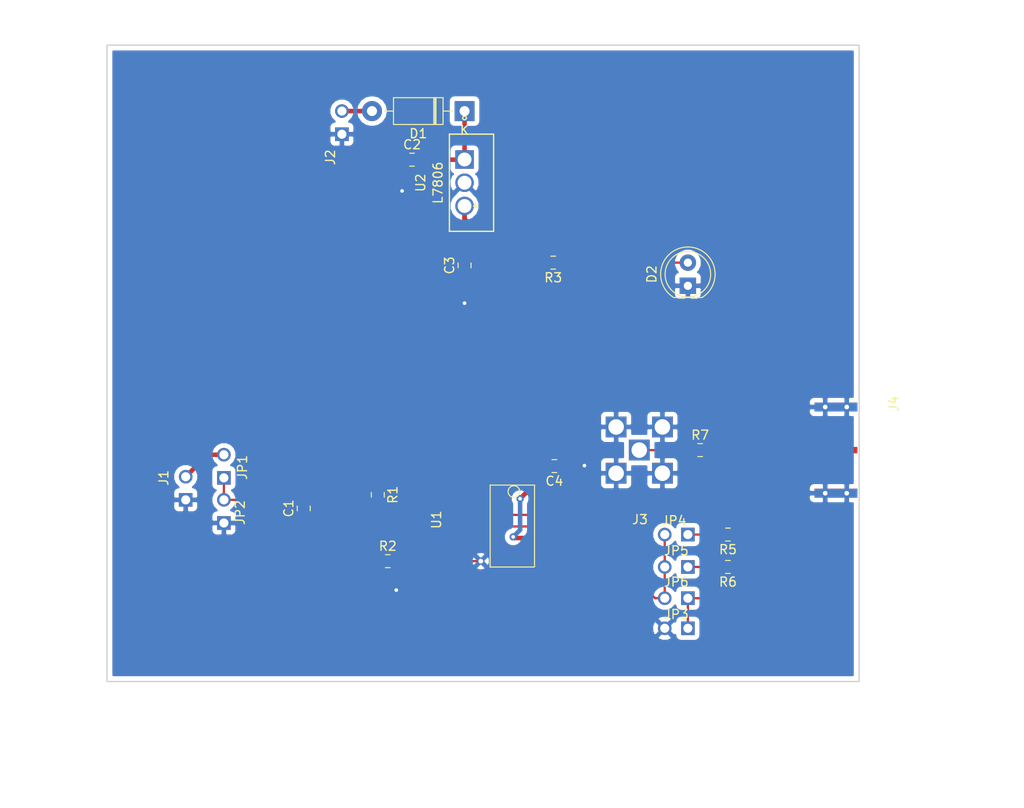
<source format=kicad_pcb>
(kicad_pcb (version 20171130) (host pcbnew "(5.0.1)-4")

  (general
    (thickness 1.6)
    (drawings 4)
    (tracks 84)
    (zones 0)
    (modules 24)
    (nets 17)
  )

  (page A4)
  (layers
    (0 F.Cu signal)
    (31 B.Cu signal)
    (32 B.Adhes user)
    (33 F.Adhes user)
    (34 B.Paste user)
    (35 F.Paste user)
    (36 B.SilkS user)
    (37 F.SilkS user)
    (38 B.Mask user)
    (39 F.Mask user)
    (40 Dwgs.User user)
    (41 Cmts.User user)
    (42 Eco1.User user)
    (43 Eco2.User user)
    (44 Edge.Cuts user)
    (45 Margin user)
    (46 B.CrtYd user)
    (47 F.CrtYd user)
    (48 B.Fab user)
    (49 F.Fab user)
  )

  (setup
    (last_trace_width 0.25)
    (trace_clearance 0.2)
    (zone_clearance 0.508)
    (zone_45_only no)
    (trace_min 0.2)
    (segment_width 0.2)
    (edge_width 0.15)
    (via_size 0.8)
    (via_drill 0.4)
    (via_min_size 0.4)
    (via_min_drill 0.3)
    (uvia_size 0.3)
    (uvia_drill 0.1)
    (uvias_allowed no)
    (uvia_min_size 0.2)
    (uvia_min_drill 0.1)
    (pcb_text_width 0.3)
    (pcb_text_size 1.5 1.5)
    (mod_edge_width 0.15)
    (mod_text_size 1 1)
    (mod_text_width 0.15)
    (pad_size 1.524 1.524)
    (pad_drill 0.762)
    (pad_to_mask_clearance 0.051)
    (solder_mask_min_width 0.25)
    (aux_axis_origin 0 0)
    (grid_origin 207.01 83.82)
    (visible_elements 7FFFFFFF)
    (pcbplotparams
      (layerselection 0x010fc_ffffffff)
      (usegerberextensions false)
      (usegerberattributes false)
      (usegerberadvancedattributes false)
      (creategerberjobfile false)
      (excludeedgelayer true)
      (linewidth 0.100000)
      (plotframeref false)
      (viasonmask false)
      (mode 1)
      (useauxorigin false)
      (hpglpennumber 1)
      (hpglpenspeed 20)
      (hpglpendiameter 15.000000)
      (psnegative false)
      (psa4output false)
      (plotreference true)
      (plotvalue true)
      (plotinvisibletext false)
      (padsonsilk false)
      (subtractmaskfromsilk false)
      (outputformat 1)
      (mirror false)
      (drillshape 1)
      (scaleselection 1)
      (outputdirectory ""))
  )

  (net 0 "")
  (net 1 "Net-(C1-Pad2)")
  (net 2 "Net-(C1-Pad1)")
  (net 3 GND)
  (net 4 "Net-(C2-Pad2)")
  (net 5 "Net-(D1-Pad2)")
  (net 6 "Net-(D2-Pad2)")
  (net 7 "Net-(J1-Pad1)")
  (net 8 "Net-(J3-Pad1)")
  (net 9 "Net-(JP4-Pad2)")
  (net 10 "Net-(JP5-Pad2)")
  (net 11 "Net-(U1-Pad12)")
  (net 12 "Net-(U1-Pad11)")
  (net 13 "Net-(U1-Pad13)")
  (net 14 "Net-(JP4-Pad1)")
  (net 15 "Net-(J4-Pad1)")
  (net 16 +6V)

  (net_class Default "This is the default net class."
    (clearance 0.2)
    (trace_width 0.25)
    (via_dia 0.8)
    (via_drill 0.4)
    (uvia_dia 0.3)
    (uvia_drill 0.1)
    (add_net +6V)
    (add_net GND)
    (add_net "Net-(C1-Pad1)")
    (add_net "Net-(C1-Pad2)")
    (add_net "Net-(C2-Pad2)")
    (add_net "Net-(D1-Pad2)")
    (add_net "Net-(D2-Pad2)")
    (add_net "Net-(J1-Pad1)")
    (add_net "Net-(J3-Pad1)")
    (add_net "Net-(J4-Pad1)")
    (add_net "Net-(JP4-Pad1)")
    (add_net "Net-(JP4-Pad2)")
    (add_net "Net-(JP5-Pad2)")
    (add_net "Net-(U1-Pad11)")
    (add_net "Net-(U1-Pad12)")
    (add_net "Net-(U1-Pad13)")
  )

  (module My_Footprints:HC00 (layer F.Cu) (tedit 5BFCF3B9) (tstamp 5BFD0F9A)
    (at 165.481 89.662 270)
    (path /5BF5D5E6)
    (fp_text reference U1 (at 1.8034 4.8641 270) (layer F.SilkS)
      (effects (font (size 1 1) (thickness 0.15)))
    )
    (fp_text value 74HC00 (at 1.8923 2.8067 270) (layer F.Fab)
      (effects (font (size 1 1) (thickness 0.15)))
    )
    (fp_line (start -2 -5.92) (end -2 -1.11) (layer F.SilkS) (width 0.12))
    (fp_line (start -2.03 -1.03) (end 6.99 -1.03) (layer F.SilkS) (width 0.12))
    (fp_line (start 6.99 -1) (end 6.99 -5.87) (layer F.SilkS) (width 0.12))
    (fp_line (start 6.96 -5.9) (end -2 -5.9) (layer F.SilkS) (width 0.12))
    (fp_circle (center -1.29 -3.64) (end -0.66 -3.52) (layer F.SilkS) (width 0.12))
    (pad 1 smd rect (at -1.27 0.2032 270) (size 0.510032 1.592072) (layers F.Cu F.Paste F.Mask)
      (net 2 "Net-(C1-Pad1)"))
    (pad 2 smd rect (at 0 0.2032 270) (size 0.510032 1.592072) (layers F.Cu F.Paste F.Mask)
      (net 2 "Net-(C1-Pad1)"))
    (pad 3 smd rect (at 1.27 0.2032 270) (size 0.510032 1.592072) (layers F.Cu F.Paste F.Mask)
      (net 11 "Net-(U1-Pad12)"))
    (pad 4 smd rect (at 2.54 0.2032 270) (size 0.510032 1.592072) (layers F.Cu F.Paste F.Mask)
      (net 12 "Net-(U1-Pad11)"))
    (pad 5 smd rect (at 3.81 0.2032 270) (size 0.510032 1.592072) (layers F.Cu F.Paste F.Mask)
      (net 12 "Net-(U1-Pad11)"))
    (pad 6 smd rect (at 5.08 0.2032 270) (size 0.510032 1.592072) (layers F.Cu F.Paste F.Mask)
      (net 14 "Net-(JP4-Pad1)"))
    (pad 7 thru_hole circle (at 6.35 0 270) (size 0.762 0.762) (drill 0.508) (layers *.Cu *.Mask)
      (net 3 GND))
    (pad 8 smd rect (at 6.35 -7.10311 270) (size 0.510032 1.592072) (layers F.Cu F.Paste F.Mask)
      (net 13 "Net-(U1-Pad13)"))
    (pad 9 smd rect (at 5.08 -7.10311 270) (size 0.510032 1.592072) (layers F.Cu F.Paste F.Mask)
      (net 11 "Net-(U1-Pad12)"))
    (pad 10 smd rect (at 3.81 -7.10311 270) (size 0.510032 1.592072) (layers F.Cu F.Paste F.Mask)
      (net 16 +6V))
    (pad 11 smd rect (at 2.54 -7.10311 270) (size 0.510032 1.592072) (layers F.Cu F.Paste F.Mask)
      (net 12 "Net-(U1-Pad11)"))
    (pad 12 smd rect (at 1.27 -7.10311 270) (size 0.510032 1.592072) (layers F.Cu F.Paste F.Mask)
      (net 11 "Net-(U1-Pad12)"))
    (pad 13 smd rect (at 0 -7.10311 270) (size 0.510032 1.592072) (layers F.Cu F.Paste F.Mask)
      (net 13 "Net-(U1-Pad13)"))
    (pad 14 smd rect (at -1.27 -7.10311 270) (size 0.510032 1.592072) (layers F.Cu F.Paste F.Mask)
      (net 16 +6V))
  )

  (module Capacitor_SMD:C_0805_2012Metric (layer F.Cu) (tedit 5B36C52B) (tstamp 5BFD0E77)
    (at 146.05 90.2185 90)
    (descr "Capacitor SMD 0805 (2012 Metric), square (rectangular) end terminal, IPC_7351 nominal, (Body size source: https://docs.google.com/spreadsheets/d/1BsfQQcO9C6DZCsRaXUlFlo91Tg2WpOkGARC1WS5S8t0/edit?usp=sharing), generated with kicad-footprint-generator")
    (tags capacitor)
    (path /5BF34F04)
    (attr smd)
    (fp_text reference C1 (at 0 -1.65 90) (layer F.SilkS)
      (effects (font (size 1 1) (thickness 0.15)))
    )
    (fp_text value C (at 0 1.65 90) (layer F.Fab)
      (effects (font (size 1 1) (thickness 0.15)))
    )
    (fp_text user %R (at 0 0 90) (layer F.Fab)
      (effects (font (size 0.5 0.5) (thickness 0.08)))
    )
    (fp_line (start 1.68 0.95) (end -1.68 0.95) (layer F.CrtYd) (width 0.05))
    (fp_line (start 1.68 -0.95) (end 1.68 0.95) (layer F.CrtYd) (width 0.05))
    (fp_line (start -1.68 -0.95) (end 1.68 -0.95) (layer F.CrtYd) (width 0.05))
    (fp_line (start -1.68 0.95) (end -1.68 -0.95) (layer F.CrtYd) (width 0.05))
    (fp_line (start -0.258578 0.71) (end 0.258578 0.71) (layer F.SilkS) (width 0.12))
    (fp_line (start -0.258578 -0.71) (end 0.258578 -0.71) (layer F.SilkS) (width 0.12))
    (fp_line (start 1 0.6) (end -1 0.6) (layer F.Fab) (width 0.1))
    (fp_line (start 1 -0.6) (end 1 0.6) (layer F.Fab) (width 0.1))
    (fp_line (start -1 -0.6) (end 1 -0.6) (layer F.Fab) (width 0.1))
    (fp_line (start -1 0.6) (end -1 -0.6) (layer F.Fab) (width 0.1))
    (pad 2 smd roundrect (at 0.9375 0 90) (size 0.975 1.4) (layers F.Cu F.Paste F.Mask) (roundrect_rratio 0.25)
      (net 1 "Net-(C1-Pad2)"))
    (pad 1 smd roundrect (at -0.9375 0 90) (size 0.975 1.4) (layers F.Cu F.Paste F.Mask) (roundrect_rratio 0.25)
      (net 2 "Net-(C1-Pad1)"))
    (model ${KISYS3DMOD}/Capacitor_SMD.3dshapes/C_0805_2012Metric.wrl
      (at (xyz 0 0 0))
      (scale (xyz 1 1 1))
      (rotate (xyz 0 0 0))
    )
  )

  (module Capacitor_SMD:C_0805_2012Metric (layer F.Cu) (tedit 5B36C52B) (tstamp 5BFD0E88)
    (at 157.9395 51.943)
    (descr "Capacitor SMD 0805 (2012 Metric), square (rectangular) end terminal, IPC_7351 nominal, (Body size source: https://docs.google.com/spreadsheets/d/1BsfQQcO9C6DZCsRaXUlFlo91Tg2WpOkGARC1WS5S8t0/edit?usp=sharing), generated with kicad-footprint-generator")
    (tags capacitor)
    (path /5BF63FDD)
    (attr smd)
    (fp_text reference C2 (at 0 -1.65) (layer F.SilkS)
      (effects (font (size 1 1) (thickness 0.15)))
    )
    (fp_text value C (at 0 1.65) (layer F.Fab)
      (effects (font (size 1 1) (thickness 0.15)))
    )
    (fp_text user %R (at 0 0) (layer F.Fab)
      (effects (font (size 0.5 0.5) (thickness 0.08)))
    )
    (fp_line (start 1.68 0.95) (end -1.68 0.95) (layer F.CrtYd) (width 0.05))
    (fp_line (start 1.68 -0.95) (end 1.68 0.95) (layer F.CrtYd) (width 0.05))
    (fp_line (start -1.68 -0.95) (end 1.68 -0.95) (layer F.CrtYd) (width 0.05))
    (fp_line (start -1.68 0.95) (end -1.68 -0.95) (layer F.CrtYd) (width 0.05))
    (fp_line (start -0.258578 0.71) (end 0.258578 0.71) (layer F.SilkS) (width 0.12))
    (fp_line (start -0.258578 -0.71) (end 0.258578 -0.71) (layer F.SilkS) (width 0.12))
    (fp_line (start 1 0.6) (end -1 0.6) (layer F.Fab) (width 0.1))
    (fp_line (start 1 -0.6) (end 1 0.6) (layer F.Fab) (width 0.1))
    (fp_line (start -1 -0.6) (end 1 -0.6) (layer F.Fab) (width 0.1))
    (fp_line (start -1 0.6) (end -1 -0.6) (layer F.Fab) (width 0.1))
    (pad 2 smd roundrect (at 0.9375 0) (size 0.975 1.4) (layers F.Cu F.Paste F.Mask) (roundrect_rratio 0.25)
      (net 4 "Net-(C2-Pad2)"))
    (pad 1 smd roundrect (at -0.9375 0) (size 0.975 1.4) (layers F.Cu F.Paste F.Mask) (roundrect_rratio 0.25)
      (net 3 GND))
    (model ${KISYS3DMOD}/Capacitor_SMD.3dshapes/C_0805_2012Metric.wrl
      (at (xyz 0 0 0))
      (scale (xyz 1 1 1))
      (rotate (xyz 0 0 0))
    )
  )

  (module Capacitor_SMD:C_0805_2012Metric (layer F.Cu) (tedit 5B36C52B) (tstamp 5BFDE547)
    (at 163.703 63.5485 90)
    (descr "Capacitor SMD 0805 (2012 Metric), square (rectangular) end terminal, IPC_7351 nominal, (Body size source: https://docs.google.com/spreadsheets/d/1BsfQQcO9C6DZCsRaXUlFlo91Tg2WpOkGARC1WS5S8t0/edit?usp=sharing), generated with kicad-footprint-generator")
    (tags capacitor)
    (path /5BF63C11)
    (attr smd)
    (fp_text reference C3 (at 0 -1.65 90) (layer F.SilkS)
      (effects (font (size 1 1) (thickness 0.15)))
    )
    (fp_text value C (at 0 1.65 90) (layer F.Fab)
      (effects (font (size 1 1) (thickness 0.15)))
    )
    (fp_line (start -1 0.6) (end -1 -0.6) (layer F.Fab) (width 0.1))
    (fp_line (start -1 -0.6) (end 1 -0.6) (layer F.Fab) (width 0.1))
    (fp_line (start 1 -0.6) (end 1 0.6) (layer F.Fab) (width 0.1))
    (fp_line (start 1 0.6) (end -1 0.6) (layer F.Fab) (width 0.1))
    (fp_line (start -0.258578 -0.71) (end 0.258578 -0.71) (layer F.SilkS) (width 0.12))
    (fp_line (start -0.258578 0.71) (end 0.258578 0.71) (layer F.SilkS) (width 0.12))
    (fp_line (start -1.68 0.95) (end -1.68 -0.95) (layer F.CrtYd) (width 0.05))
    (fp_line (start -1.68 -0.95) (end 1.68 -0.95) (layer F.CrtYd) (width 0.05))
    (fp_line (start 1.68 -0.95) (end 1.68 0.95) (layer F.CrtYd) (width 0.05))
    (fp_line (start 1.68 0.95) (end -1.68 0.95) (layer F.CrtYd) (width 0.05))
    (fp_text user %R (at 0 0 90) (layer F.Fab)
      (effects (font (size 0.5 0.5) (thickness 0.08)))
    )
    (pad 1 smd roundrect (at -0.9375 0 90) (size 0.975 1.4) (layers F.Cu F.Paste F.Mask) (roundrect_rratio 0.25)
      (net 3 GND))
    (pad 2 smd roundrect (at 0.9375 0 90) (size 0.975 1.4) (layers F.Cu F.Paste F.Mask) (roundrect_rratio 0.25)
      (net 16 +6V))
    (model ${KISYS3DMOD}/Capacitor_SMD.3dshapes/C_0805_2012Metric.wrl
      (at (xyz 0 0 0))
      (scale (xyz 1 1 1))
      (rotate (xyz 0 0 0))
    )
  )

  (module Capacitor_SMD:C_0805_2012Metric (layer F.Cu) (tedit 5B36C52B) (tstamp 5BFD0EAA)
    (at 173.558828 85.573578 180)
    (descr "Capacitor SMD 0805 (2012 Metric), square (rectangular) end terminal, IPC_7351 nominal, (Body size source: https://docs.google.com/spreadsheets/d/1BsfQQcO9C6DZCsRaXUlFlo91Tg2WpOkGARC1WS5S8t0/edit?usp=sharing), generated with kicad-footprint-generator")
    (tags capacitor)
    (path /5BF633DC)
    (attr smd)
    (fp_text reference C4 (at 0 -1.65 180) (layer F.SilkS)
      (effects (font (size 1 1) (thickness 0.15)))
    )
    (fp_text value C (at 0 1.65 180) (layer F.Fab)
      (effects (font (size 1 1) (thickness 0.15)))
    )
    (fp_line (start -1 0.6) (end -1 -0.6) (layer F.Fab) (width 0.1))
    (fp_line (start -1 -0.6) (end 1 -0.6) (layer F.Fab) (width 0.1))
    (fp_line (start 1 -0.6) (end 1 0.6) (layer F.Fab) (width 0.1))
    (fp_line (start 1 0.6) (end -1 0.6) (layer F.Fab) (width 0.1))
    (fp_line (start -0.258578 -0.71) (end 0.258578 -0.71) (layer F.SilkS) (width 0.12))
    (fp_line (start -0.258578 0.71) (end 0.258578 0.71) (layer F.SilkS) (width 0.12))
    (fp_line (start -1.68 0.95) (end -1.68 -0.95) (layer F.CrtYd) (width 0.05))
    (fp_line (start -1.68 -0.95) (end 1.68 -0.95) (layer F.CrtYd) (width 0.05))
    (fp_line (start 1.68 -0.95) (end 1.68 0.95) (layer F.CrtYd) (width 0.05))
    (fp_line (start 1.68 0.95) (end -1.68 0.95) (layer F.CrtYd) (width 0.05))
    (fp_text user %R (at 0 0 180) (layer F.Fab)
      (effects (font (size 0.5 0.5) (thickness 0.08)))
    )
    (pad 1 smd roundrect (at -0.9375 0 180) (size 0.975 1.4) (layers F.Cu F.Paste F.Mask) (roundrect_rratio 0.25)
      (net 3 GND))
    (pad 2 smd roundrect (at 0.9375 0 180) (size 0.975 1.4) (layers F.Cu F.Paste F.Mask) (roundrect_rratio 0.25)
      (net 16 +6V))
    (model ${KISYS3DMOD}/Capacitor_SMD.3dshapes/C_0805_2012Metric.wrl
      (at (xyz 0 0 0))
      (scale (xyz 1 1 1))
      (rotate (xyz 0 0 0))
    )
  )

  (module Diode_THT:D_DO-41_SOD81_P10.16mm_Horizontal (layer F.Cu) (tedit 5AE50CD5) (tstamp 5BFDDFE1)
    (at 163.703 46.609 180)
    (descr "Diode, DO-41_SOD81 series, Axial, Horizontal, pin pitch=10.16mm, , length*diameter=5.2*2.7mm^2, , http://www.diodes.com/_files/packages/DO-41%20(Plastic).pdf")
    (tags "Diode DO-41_SOD81 series Axial Horizontal pin pitch 10.16mm  length 5.2mm diameter 2.7mm")
    (path /5BF6099A)
    (fp_text reference D1 (at 5.08 -2.47 180) (layer F.SilkS)
      (effects (font (size 1 1) (thickness 0.15)))
    )
    (fp_text value 1N4001 (at 5.08 2.47 180) (layer F.Fab)
      (effects (font (size 1 1) (thickness 0.15)))
    )
    (fp_line (start 2.48 -1.35) (end 2.48 1.35) (layer F.Fab) (width 0.1))
    (fp_line (start 2.48 1.35) (end 7.68 1.35) (layer F.Fab) (width 0.1))
    (fp_line (start 7.68 1.35) (end 7.68 -1.35) (layer F.Fab) (width 0.1))
    (fp_line (start 7.68 -1.35) (end 2.48 -1.35) (layer F.Fab) (width 0.1))
    (fp_line (start 0 0) (end 2.48 0) (layer F.Fab) (width 0.1))
    (fp_line (start 10.16 0) (end 7.68 0) (layer F.Fab) (width 0.1))
    (fp_line (start 3.26 -1.35) (end 3.26 1.35) (layer F.Fab) (width 0.1))
    (fp_line (start 3.36 -1.35) (end 3.36 1.35) (layer F.Fab) (width 0.1))
    (fp_line (start 3.16 -1.35) (end 3.16 1.35) (layer F.Fab) (width 0.1))
    (fp_line (start 2.36 -1.47) (end 2.36 1.47) (layer F.SilkS) (width 0.12))
    (fp_line (start 2.36 1.47) (end 7.8 1.47) (layer F.SilkS) (width 0.12))
    (fp_line (start 7.8 1.47) (end 7.8 -1.47) (layer F.SilkS) (width 0.12))
    (fp_line (start 7.8 -1.47) (end 2.36 -1.47) (layer F.SilkS) (width 0.12))
    (fp_line (start 1.34 0) (end 2.36 0) (layer F.SilkS) (width 0.12))
    (fp_line (start 8.82 0) (end 7.8 0) (layer F.SilkS) (width 0.12))
    (fp_line (start 3.26 -1.47) (end 3.26 1.47) (layer F.SilkS) (width 0.12))
    (fp_line (start 3.38 -1.47) (end 3.38 1.47) (layer F.SilkS) (width 0.12))
    (fp_line (start 3.14 -1.47) (end 3.14 1.47) (layer F.SilkS) (width 0.12))
    (fp_line (start -1.35 -1.6) (end -1.35 1.6) (layer F.CrtYd) (width 0.05))
    (fp_line (start -1.35 1.6) (end 11.51 1.6) (layer F.CrtYd) (width 0.05))
    (fp_line (start 11.51 1.6) (end 11.51 -1.6) (layer F.CrtYd) (width 0.05))
    (fp_line (start 11.51 -1.6) (end -1.35 -1.6) (layer F.CrtYd) (width 0.05))
    (fp_text user %R (at 4.953 -0.254 180) (layer F.Fab)
      (effects (font (size 1 1) (thickness 0.15)))
    )
    (fp_text user K (at 0 -2.1 180) (layer F.Fab)
      (effects (font (size 1 1) (thickness 0.15)))
    )
    (fp_text user K (at 0 -2.1 180) (layer F.SilkS)
      (effects (font (size 1 1) (thickness 0.15)))
    )
    (pad 1 thru_hole rect (at 0 0 180) (size 2.2 2.2) (drill 1.1) (layers *.Cu *.Mask)
      (net 4 "Net-(C2-Pad2)"))
    (pad 2 thru_hole oval (at 10.16 0 180) (size 2.2 2.2) (drill 1.1) (layers *.Cu *.Mask)
      (net 5 "Net-(D1-Pad2)"))
    (model ${KISYS3DMOD}/Diode_THT.3dshapes/D_DO-41_SOD81_P10.16mm_Horizontal.wrl
      (at (xyz 0 0 0))
      (scale (xyz 1 1 1))
      (rotate (xyz 0 0 0))
    )
  )

  (module LED_THT:LED_D5.0mm (layer F.Cu) (tedit 5995936A) (tstamp 5BFD0EDB)
    (at 188.214 65.786 90)
    (descr "LED, diameter 5.0mm, 2 pins, http://cdn-reichelt.de/documents/datenblatt/A500/LL-504BC2E-009.pdf")
    (tags "LED diameter 5.0mm 2 pins")
    (path /5BF68440)
    (fp_text reference D2 (at 1.27 -3.96 90) (layer F.SilkS)
      (effects (font (size 1 1) (thickness 0.15)))
    )
    (fp_text value LED (at 1.27 3.96 90) (layer F.Fab)
      (effects (font (size 1 1) (thickness 0.15)))
    )
    (fp_arc (start 1.27 0) (end -1.23 -1.469694) (angle 299.1) (layer F.Fab) (width 0.1))
    (fp_arc (start 1.27 0) (end -1.29 -1.54483) (angle 148.9) (layer F.SilkS) (width 0.12))
    (fp_arc (start 1.27 0) (end -1.29 1.54483) (angle -148.9) (layer F.SilkS) (width 0.12))
    (fp_circle (center 1.27 0) (end 3.77 0) (layer F.Fab) (width 0.1))
    (fp_circle (center 1.27 0) (end 3.77 0) (layer F.SilkS) (width 0.12))
    (fp_line (start -1.23 -1.469694) (end -1.23 1.469694) (layer F.Fab) (width 0.1))
    (fp_line (start -1.29 -1.545) (end -1.29 1.545) (layer F.SilkS) (width 0.12))
    (fp_line (start -1.95 -3.25) (end -1.95 3.25) (layer F.CrtYd) (width 0.05))
    (fp_line (start -1.95 3.25) (end 4.5 3.25) (layer F.CrtYd) (width 0.05))
    (fp_line (start 4.5 3.25) (end 4.5 -3.25) (layer F.CrtYd) (width 0.05))
    (fp_line (start 4.5 -3.25) (end -1.95 -3.25) (layer F.CrtYd) (width 0.05))
    (fp_text user %R (at 1.25 0 90) (layer F.Fab)
      (effects (font (size 0.8 0.8) (thickness 0.2)))
    )
    (pad 1 thru_hole rect (at 0 0 90) (size 1.8 1.8) (drill 0.9) (layers *.Cu *.Mask)
      (net 3 GND))
    (pad 2 thru_hole circle (at 2.54 0 90) (size 1.8 1.8) (drill 0.9) (layers *.Cu *.Mask)
      (net 6 "Net-(D2-Pad2)"))
    (model ${KISYS3DMOD}/LED_THT.3dshapes/LED_D5.0mm.wrl
      (at (xyz 0 0 0))
      (scale (xyz 1 1 1))
      (rotate (xyz 0 0 0))
    )
  )

  (module My_Footprints:header_2_pins (layer F.Cu) (tedit 5BFCF9BC) (tstamp 5BFDCE96)
    (at 133.096 86.741 270)
    (path /5BF34C06)
    (fp_text reference J1 (at 0.127 2.413 270) (layer F.SilkS)
      (effects (font (size 1 1) (thickness 0.15)))
    )
    (fp_text value Conn_01x02_Male (at 0.635 4.191 270) (layer F.Fab)
      (effects (font (size 1 1) (thickness 0.15)))
    )
    (pad 2 thru_hole rect (at 2.54 0 270) (size 1.5 1.5) (drill 1) (layers *.Cu *.Mask)
      (net 3 GND))
    (pad 1 thru_hole circle (at 0 0 270) (size 1.5 1.5) (drill 1) (layers *.Cu *.Mask)
      (net 7 "Net-(J1-Pad1)"))
  )

  (module My_Footprints:header_2_pins (layer F.Cu) (tedit 5BFCF9BC) (tstamp 5BFD0EE7)
    (at 150.241 46.609 270)
    (path /5BF61605)
    (fp_text reference J2 (at 5.08 1.27 270) (layer F.SilkS)
      (effects (font (size 1 1) (thickness 0.15)))
    )
    (fp_text value Conn_01x02_Male (at 11.43 0 270) (layer F.Fab)
      (effects (font (size 1 1) (thickness 0.15)))
    )
    (pad 1 thru_hole circle (at 0 0 270) (size 1.5 1.5) (drill 1) (layers *.Cu *.Mask)
      (net 5 "Net-(D1-Pad2)"))
    (pad 2 thru_hole rect (at 2.54 0 270) (size 1.5 1.5) (drill 1) (layers *.Cu *.Mask)
      (net 3 GND))
  )

  (module My_Footprints:Vertical_BNC_Connector (layer F.Cu) (tedit 5BFD0307) (tstamp 5BFD0EF0)
    (at 182.88 83.82)
    (path /5BF5C810)
    (fp_text reference J3 (at 0.08 7.62) (layer F.SilkS)
      (effects (font (size 1 1) (thickness 0.15)))
    )
    (fp_text value "Test Line" (at 0 5.08) (layer F.Fab)
      (effects (font (size 1 1) (thickness 0.15)))
    )
    (pad 2 thru_hole rect (at -2.54 -2.54) (size 2.286 2.286) (drill 1.7018) (layers *.Cu *.Mask)
      (net 3 GND))
    (pad 2 thru_hole rect (at 2.54 -2.54) (size 2.286 2.286) (drill 1.7018) (layers *.Cu *.Mask)
      (net 3 GND))
    (pad 2 thru_hole rect (at -2.54 2.54) (size 2.286 2.286) (drill 1.7018) (layers *.Cu *.Mask)
      (net 3 GND))
    (pad 2 thru_hole rect (at 2.54 2.54) (size 2.286 2.286) (drill 1.7018) (layers *.Cu *.Mask)
      (net 3 GND))
    (pad 1 thru_hole rect (at 0 0) (size 2.286 2.286) (drill 1.7018) (layers *.Cu *.Mask)
      (net 8 "Net-(J3-Pad1)"))
  )

  (module My_Footprints:BNC_Connector (layer F.Cu) (tedit 5BFCFE4E) (tstamp 5BFD0EF9)
    (at 204.47 83.82 90)
    (path /5BF5CE7C)
    (fp_text reference J4 (at 5.08 6.35 90) (layer F.SilkS)
      (effects (font (size 1 1) (thickness 0.15)))
    )
    (fp_text value OSC (at 4.445 4.445 90) (layer F.Fab)
      (effects (font (size 1 1) (thickness 0.15)))
    )
    (pad 1 smd rect (at 0 0 90) (size 0.6985 4.7244) (layers F.Cu F.Paste F.Mask)
      (net 15 "Net-(J4-Pad1)"))
    (pad 2 thru_hole rect (at -4.73075 -1.1811 90) (size 0.9779 2.3622) (drill 0.508) (layers *.Cu *.Mask)
      (net 3 GND))
    (pad 2 thru_hole rect (at -4.73075 1.1811 90) (size 0.9779 2.3622) (drill 0.508) (layers *.Cu *.Mask)
      (net 3 GND))
    (pad 2 thru_hole rect (at 4.73075 -1.1811 90) (size 0.9779 2.3622) (drill 0.508) (layers *.Cu *.Mask)
      (net 3 GND))
    (pad 2 thru_hole rect (at 4.73075 1.1811 90) (size 0.9779 2.3622) (drill 0.508) (layers *.Cu *.Mask)
      (net 3 GND))
  )

  (module My_Footprints:header_2_pins (layer F.Cu) (tedit 5BFDCDCF) (tstamp 5BFD0EFF)
    (at 137.287 84.328 270)
    (path /5BFC95F1)
    (fp_text reference JP1 (at 1.397 -2.032 270) (layer F.SilkS)
      (effects (font (size 1 1) (thickness 0.15)))
    )
    (fp_text value Jumper (at -5.588 -2.921 270) (layer F.Fab) hide
      (effects (font (size 1 1) (thickness 0.15)))
    )
    (pad 1 thru_hole circle (at 0 0 270) (size 1.5 1.5) (drill 1) (layers *.Cu *.Mask)
      (net 7 "Net-(J1-Pad1)"))
    (pad 2 thru_hole rect (at 2.54 0 270) (size 1.5 1.5) (drill 1) (layers *.Cu *.Mask)
      (net 1 "Net-(C1-Pad2)"))
  )

  (module My_Footprints:header_2_pins (layer F.Cu) (tedit 5BFDCDBB) (tstamp 5BFDCEC5)
    (at 137.287 89.281 270)
    (path /5BFCA8E8)
    (fp_text reference JP2 (at 1.397 -1.778 270) (layer F.SilkS)
      (effects (font (size 1 1) (thickness 0.15)))
    )
    (fp_text value Jumper (at -4.699 -5.1054 270) (layer F.Fab) hide
      (effects (font (size 1 1) (thickness 0.15)))
    )
    (pad 2 thru_hole rect (at 2.54 0 270) (size 1.5 1.5) (drill 1) (layers *.Cu *.Mask)
      (net 3 GND))
    (pad 1 thru_hole circle (at 0 0 270) (size 1.5 1.5) (drill 1) (layers *.Cu *.Mask)
      (net 1 "Net-(C1-Pad2)"))
  )

  (module My_Footprints:header_2_pins (layer F.Cu) (tedit 5BFDC6E5) (tstamp 5BFD0F0B)
    (at 185.674 103.378)
    (path /5BFA2C68)
    (fp_text reference JP3 (at 1.27 -1.524) (layer F.SilkS)
      (effects (font (size 1 1) (thickness 0.15)))
    )
    (fp_text value Jumper (at 6.35 -1.27) (layer F.Fab) hide
      (effects (font (size 1 1) (thickness 0.15)))
    )
    (pad 2 thru_hole rect (at 2.54 0) (size 1.5 1.5) (drill 1) (layers *.Cu *.Mask)
      (net 8 "Net-(J3-Pad1)"))
    (pad 1 thru_hole circle (at 0 0) (size 1.5 1.5) (drill 1) (layers *.Cu *.Mask)
      (net 3 GND))
  )

  (module My_Footprints:header_2_pins (layer F.Cu) (tedit 5BFDC6DC) (tstamp 5BFD12E4)
    (at 185.674 93.091)
    (path /5BFA2CF7)
    (fp_text reference JP4 (at 1.016 -1.524) (layer F.SilkS)
      (effects (font (size 1 1) (thickness 0.15)))
    )
    (fp_text value Jumper (at 6.35 0) (layer F.Fab) hide
      (effects (font (size 1 1) (thickness 0.15)))
    )
    (pad 1 thru_hole circle (at 0 0) (size 1.5 1.5) (drill 1) (layers *.Cu *.Mask)
      (net 14 "Net-(JP4-Pad1)"))
    (pad 2 thru_hole rect (at 2.54 0) (size 1.5 1.5) (drill 1) (layers *.Cu *.Mask)
      (net 9 "Net-(JP4-Pad2)"))
  )

  (module My_Footprints:header_2_pins (layer F.Cu) (tedit 5BFDC6E1) (tstamp 5BFDC714)
    (at 185.674 96.647)
    (path /5BFA3C4F)
    (fp_text reference JP5 (at 1.27 -1.778) (layer F.SilkS)
      (effects (font (size 1 1) (thickness 0.15)))
    )
    (fp_text value Jumper (at 6.35 0) (layer F.Fab) hide
      (effects (font (size 1 1) (thickness 0.15)))
    )
    (pad 2 thru_hole rect (at 2.54 0) (size 1.5 1.5) (drill 1) (layers *.Cu *.Mask)
      (net 10 "Net-(JP5-Pad2)"))
    (pad 1 thru_hole circle (at 0 0) (size 1.5 1.5) (drill 1) (layers *.Cu *.Mask)
      (net 14 "Net-(JP4-Pad1)"))
  )

  (module My_Footprints:header_2_pins (layer F.Cu) (tedit 5BFDC6E9) (tstamp 5BFD0F1D)
    (at 185.674 100.076)
    (path /5BFAAAF3)
    (fp_text reference JP6 (at 1.27 -1.778) (layer F.SilkS)
      (effects (font (size 1 1) (thickness 0.15)))
    )
    (fp_text value Jumper (at 6.35 -1.27) (layer F.Fab) hide
      (effects (font (size 1 1) (thickness 0.15)))
    )
    (pad 1 thru_hole circle (at 0 0) (size 1.5 1.5) (drill 1) (layers *.Cu *.Mask)
      (net 14 "Net-(JP4-Pad1)"))
    (pad 2 thru_hole rect (at 2.54 0) (size 1.5 1.5) (drill 1) (layers *.Cu *.Mask)
      (net 8 "Net-(J3-Pad1)"))
  )

  (module Resistor_SMD:R_0805_2012Metric (layer F.Cu) (tedit 5B36C52B) (tstamp 5BFDC374)
    (at 154.178 88.7245 270)
    (descr "Resistor SMD 0805 (2012 Metric), square (rectangular) end terminal, IPC_7351 nominal, (Body size source: https://docs.google.com/spreadsheets/d/1BsfQQcO9C6DZCsRaXUlFlo91Tg2WpOkGARC1WS5S8t0/edit?usp=sharing), generated with kicad-footprint-generator")
    (tags resistor)
    (path /5BF350A6)
    (attr smd)
    (fp_text reference R1 (at 0 -1.65 270) (layer F.SilkS)
      (effects (font (size 1 1) (thickness 0.15)))
    )
    (fp_text value R (at 0 1.65 270) (layer F.Fab)
      (effects (font (size 1 1) (thickness 0.15)))
    )
    (fp_line (start -1 0.6) (end -1 -0.6) (layer F.Fab) (width 0.1))
    (fp_line (start -1 -0.6) (end 1 -0.6) (layer F.Fab) (width 0.1))
    (fp_line (start 1 -0.6) (end 1 0.6) (layer F.Fab) (width 0.1))
    (fp_line (start 1 0.6) (end -1 0.6) (layer F.Fab) (width 0.1))
    (fp_line (start -0.258578 -0.71) (end 0.258578 -0.71) (layer F.SilkS) (width 0.12))
    (fp_line (start -0.258578 0.71) (end 0.258578 0.71) (layer F.SilkS) (width 0.12))
    (fp_line (start -1.68 0.95) (end -1.68 -0.95) (layer F.CrtYd) (width 0.05))
    (fp_line (start -1.68 -0.95) (end 1.68 -0.95) (layer F.CrtYd) (width 0.05))
    (fp_line (start 1.68 -0.95) (end 1.68 0.95) (layer F.CrtYd) (width 0.05))
    (fp_line (start 1.68 0.95) (end -1.68 0.95) (layer F.CrtYd) (width 0.05))
    (fp_text user %R (at 0 0 270) (layer F.Fab)
      (effects (font (size 0.5 0.5) (thickness 0.08)))
    )
    (pad 1 smd roundrect (at -0.9375 0 270) (size 0.975 1.4) (layers F.Cu F.Paste F.Mask) (roundrect_rratio 0.25)
      (net 16 +6V))
    (pad 2 smd roundrect (at 0.9375 0 270) (size 0.975 1.4) (layers F.Cu F.Paste F.Mask) (roundrect_rratio 0.25)
      (net 2 "Net-(C1-Pad1)"))
    (model ${KISYS3DMOD}/Resistor_SMD.3dshapes/R_0805_2012Metric.wrl
      (at (xyz 0 0 0))
      (scale (xyz 1 1 1))
      (rotate (xyz 0 0 0))
    )
  )

  (module Resistor_SMD:R_0805_2012Metric (layer F.Cu) (tedit 5BFDE273) (tstamp 5BFD0F3F)
    (at 155.2725 96.012)
    (descr "Resistor SMD 0805 (2012 Metric), square (rectangular) end terminal, IPC_7351 nominal, (Body size source: https://docs.google.com/spreadsheets/d/1BsfQQcO9C6DZCsRaXUlFlo91Tg2WpOkGARC1WS5S8t0/edit?usp=sharing), generated with kicad-footprint-generator")
    (tags resistor)
    (path /5BF34FD3)
    (attr smd)
    (fp_text reference R2 (at 0 -1.65) (layer F.SilkS)
      (effects (font (size 1 1) (thickness 0.15)))
    )
    (fp_text value R (at 0 1.65) (layer F.Fab)
      (effects (font (size 1 1) (thickness 0.15)))
    )
    (fp_text user %R (at 0 0) (layer F.Fab)
      (effects (font (size 0.5 0.5) (thickness 0.08)))
    )
    (fp_line (start 1.68 0.95) (end -1.68 0.95) (layer F.CrtYd) (width 0.05))
    (fp_line (start 1.68 -0.95) (end 1.68 0.95) (layer F.CrtYd) (width 0.05))
    (fp_line (start -1.68 -0.95) (end 1.68 -0.95) (layer F.CrtYd) (width 0.05))
    (fp_line (start -1.68 0.95) (end -1.68 -0.95) (layer F.CrtYd) (width 0.05))
    (fp_line (start -0.258578 0.71) (end 0.258578 0.71) (layer F.SilkS) (width 0.12))
    (fp_line (start -0.258578 -0.71) (end 0.258578 -0.71) (layer F.SilkS) (width 0.12))
    (fp_line (start 1 0.6) (end -1 0.6) (layer F.Fab) (width 0.1))
    (fp_line (start 1 -0.6) (end 1 0.6) (layer F.Fab) (width 0.1))
    (fp_line (start -1 -0.6) (end 1 -0.6) (layer F.Fab) (width 0.1))
    (fp_line (start -1 0.6) (end -1 -0.6) (layer F.Fab) (width 0.1))
    (pad 2 smd roundrect (at 0.9375 0) (size 0.975 1.4) (layers F.Cu F.Paste F.Mask) (roundrect_rratio 0.25)
      (net 3 GND))
    (pad 1 smd roundrect (at -0.9375 0) (size 0.975 1.4) (layers F.Cu F.Paste F.Mask) (roundrect_rratio 0.25)
      (net 2 "Net-(C1-Pad1)"))
    (model ${KISYS3DMOD}/Resistor_SMD.3dshapes/R_0805_2012Metric.wrl
      (at (xyz 0 0 0))
      (scale (xyz 1 1 1))
      (rotate (xyz 0 0 0))
    )
  )

  (module Resistor_SMD:R_0805_2012Metric (layer F.Cu) (tedit 5B36C52B) (tstamp 5BFD0F50)
    (at 173.4335 63.246 180)
    (descr "Resistor SMD 0805 (2012 Metric), square (rectangular) end terminal, IPC_7351 nominal, (Body size source: https://docs.google.com/spreadsheets/d/1BsfQQcO9C6DZCsRaXUlFlo91Tg2WpOkGARC1WS5S8t0/edit?usp=sharing), generated with kicad-footprint-generator")
    (tags resistor)
    (path /5BF687EC)
    (attr smd)
    (fp_text reference R3 (at 0 -1.65 180) (layer F.SilkS)
      (effects (font (size 1 1) (thickness 0.15)))
    )
    (fp_text value R (at 0 1.65 180) (layer F.Fab)
      (effects (font (size 1 1) (thickness 0.15)))
    )
    (fp_text user %R (at 0 0) (layer F.Fab)
      (effects (font (size 0.5 0.5) (thickness 0.08)))
    )
    (fp_line (start 1.68 0.95) (end -1.68 0.95) (layer F.CrtYd) (width 0.05))
    (fp_line (start 1.68 -0.95) (end 1.68 0.95) (layer F.CrtYd) (width 0.05))
    (fp_line (start -1.68 -0.95) (end 1.68 -0.95) (layer F.CrtYd) (width 0.05))
    (fp_line (start -1.68 0.95) (end -1.68 -0.95) (layer F.CrtYd) (width 0.05))
    (fp_line (start -0.258578 0.71) (end 0.258578 0.71) (layer F.SilkS) (width 0.12))
    (fp_line (start -0.258578 -0.71) (end 0.258578 -0.71) (layer F.SilkS) (width 0.12))
    (fp_line (start 1 0.6) (end -1 0.6) (layer F.Fab) (width 0.1))
    (fp_line (start 1 -0.6) (end 1 0.6) (layer F.Fab) (width 0.1))
    (fp_line (start -1 -0.6) (end 1 -0.6) (layer F.Fab) (width 0.1))
    (fp_line (start -1 0.6) (end -1 -0.6) (layer F.Fab) (width 0.1))
    (pad 2 smd roundrect (at 0.9375 0 180) (size 0.975 1.4) (layers F.Cu F.Paste F.Mask) (roundrect_rratio 0.25)
      (net 16 +6V))
    (pad 1 smd roundrect (at -0.9375 0 180) (size 0.975 1.4) (layers F.Cu F.Paste F.Mask) (roundrect_rratio 0.25)
      (net 6 "Net-(D2-Pad2)"))
    (model ${KISYS3DMOD}/Resistor_SMD.3dshapes/R_0805_2012Metric.wrl
      (at (xyz 0 0 0))
      (scale (xyz 1 1 1))
      (rotate (xyz 0 0 0))
    )
  )

  (module Resistor_SMD:R_0805_2012Metric (layer F.Cu) (tedit 5BFDC811) (tstamp 5BFDC24F)
    (at 192.6105 93.091 180)
    (descr "Resistor SMD 0805 (2012 Metric), square (rectangular) end terminal, IPC_7351 nominal, (Body size source: https://docs.google.com/spreadsheets/d/1BsfQQcO9C6DZCsRaXUlFlo91Tg2WpOkGARC1WS5S8t0/edit?usp=sharing), generated with kicad-footprint-generator")
    (tags resistor)
    (path /5BFA4CB4)
    (attr smd)
    (fp_text reference R5 (at 0 -1.65 180) (layer F.SilkS)
      (effects (font (size 1 1) (thickness 0.15)))
    )
    (fp_text value R (at 0 1.65 180) (layer F.Fab) hide
      (effects (font (size 1 1) (thickness 0.15)))
    )
    (fp_line (start -1 0.6) (end -1 -0.6) (layer F.Fab) (width 0.1))
    (fp_line (start -1 -0.6) (end 1 -0.6) (layer F.Fab) (width 0.1))
    (fp_line (start 1 -0.6) (end 1 0.6) (layer F.Fab) (width 0.1))
    (fp_line (start 1 0.6) (end -1 0.6) (layer F.Fab) (width 0.1))
    (fp_line (start -0.258578 -0.71) (end 0.258578 -0.71) (layer F.SilkS) (width 0.12))
    (fp_line (start -0.258578 0.71) (end 0.258578 0.71) (layer F.SilkS) (width 0.12))
    (fp_line (start -1.68 0.95) (end -1.68 -0.95) (layer F.CrtYd) (width 0.05))
    (fp_line (start -1.68 -0.95) (end 1.68 -0.95) (layer F.CrtYd) (width 0.05))
    (fp_line (start 1.68 -0.95) (end 1.68 0.95) (layer F.CrtYd) (width 0.05))
    (fp_line (start 1.68 0.95) (end -1.68 0.95) (layer F.CrtYd) (width 0.05))
    (fp_text user %R (at 0 0 180) (layer F.Fab)
      (effects (font (size 0.5 0.5) (thickness 0.08)))
    )
    (pad 1 smd roundrect (at -0.9375 0 180) (size 0.975 1.4) (layers F.Cu F.Paste F.Mask) (roundrect_rratio 0.25)
      (net 8 "Net-(J3-Pad1)"))
    (pad 2 smd roundrect (at 0.9375 0 180) (size 0.975 1.4) (layers F.Cu F.Paste F.Mask) (roundrect_rratio 0.25)
      (net 9 "Net-(JP4-Pad2)"))
    (model ${KISYS3DMOD}/Resistor_SMD.3dshapes/R_0805_2012Metric.wrl
      (at (xyz 0 0 0))
      (scale (xyz 1 1 1))
      (rotate (xyz 0 0 0))
    )
  )

  (module Resistor_SMD:R_0805_2012Metric (layer F.Cu) (tedit 5BFDC816) (tstamp 5BFD0F72)
    (at 192.6105 96.647 180)
    (descr "Resistor SMD 0805 (2012 Metric), square (rectangular) end terminal, IPC_7351 nominal, (Body size source: https://docs.google.com/spreadsheets/d/1BsfQQcO9C6DZCsRaXUlFlo91Tg2WpOkGARC1WS5S8t0/edit?usp=sharing), generated with kicad-footprint-generator")
    (tags resistor)
    (path /5BFA5C0B)
    (attr smd)
    (fp_text reference R6 (at 0 -1.65 180) (layer F.SilkS)
      (effects (font (size 1 1) (thickness 0.15)))
    )
    (fp_text value R (at 0 1.65 180) (layer F.Fab) hide
      (effects (font (size 1 1) (thickness 0.15)))
    )
    (fp_line (start -1 0.6) (end -1 -0.6) (layer F.Fab) (width 0.1))
    (fp_line (start -1 -0.6) (end 1 -0.6) (layer F.Fab) (width 0.1))
    (fp_line (start 1 -0.6) (end 1 0.6) (layer F.Fab) (width 0.1))
    (fp_line (start 1 0.6) (end -1 0.6) (layer F.Fab) (width 0.1))
    (fp_line (start -0.258578 -0.71) (end 0.258578 -0.71) (layer F.SilkS) (width 0.12))
    (fp_line (start -0.258578 0.71) (end 0.258578 0.71) (layer F.SilkS) (width 0.12))
    (fp_line (start -1.68 0.95) (end -1.68 -0.95) (layer F.CrtYd) (width 0.05))
    (fp_line (start -1.68 -0.95) (end 1.68 -0.95) (layer F.CrtYd) (width 0.05))
    (fp_line (start 1.68 -0.95) (end 1.68 0.95) (layer F.CrtYd) (width 0.05))
    (fp_line (start 1.68 0.95) (end -1.68 0.95) (layer F.CrtYd) (width 0.05))
    (fp_text user %R (at 0 0 180) (layer F.Fab)
      (effects (font (size 0.5 0.5) (thickness 0.08)))
    )
    (pad 1 smd roundrect (at -0.9375 0 180) (size 0.975 1.4) (layers F.Cu F.Paste F.Mask) (roundrect_rratio 0.25)
      (net 8 "Net-(J3-Pad1)"))
    (pad 2 smd roundrect (at 0.9375 0 180) (size 0.975 1.4) (layers F.Cu F.Paste F.Mask) (roundrect_rratio 0.25)
      (net 10 "Net-(JP5-Pad2)"))
    (model ${KISYS3DMOD}/Resistor_SMD.3dshapes/R_0805_2012Metric.wrl
      (at (xyz 0 0 0))
      (scale (xyz 1 1 1))
      (rotate (xyz 0 0 0))
    )
  )

  (module Resistor_SMD:R_0805_2012Metric (layer F.Cu) (tedit 5B36C52B) (tstamp 5BFD163D)
    (at 189.5625 83.82)
    (descr "Resistor SMD 0805 (2012 Metric), square (rectangular) end terminal, IPC_7351 nominal, (Body size source: https://docs.google.com/spreadsheets/d/1BsfQQcO9C6DZCsRaXUlFlo91Tg2WpOkGARC1WS5S8t0/edit?usp=sharing), generated with kicad-footprint-generator")
    (tags resistor)
    (path /5BF35A5D)
    (attr smd)
    (fp_text reference R7 (at 0 -1.65) (layer F.SilkS)
      (effects (font (size 1 1) (thickness 0.15)))
    )
    (fp_text value R (at 0 1.65) (layer F.Fab)
      (effects (font (size 1 1) (thickness 0.15)))
    )
    (fp_text user %R (at 0 0) (layer F.Fab)
      (effects (font (size 0.5 0.5) (thickness 0.08)))
    )
    (fp_line (start 1.68 0.95) (end -1.68 0.95) (layer F.CrtYd) (width 0.05))
    (fp_line (start 1.68 -0.95) (end 1.68 0.95) (layer F.CrtYd) (width 0.05))
    (fp_line (start -1.68 -0.95) (end 1.68 -0.95) (layer F.CrtYd) (width 0.05))
    (fp_line (start -1.68 0.95) (end -1.68 -0.95) (layer F.CrtYd) (width 0.05))
    (fp_line (start -0.258578 0.71) (end 0.258578 0.71) (layer F.SilkS) (width 0.12))
    (fp_line (start -0.258578 -0.71) (end 0.258578 -0.71) (layer F.SilkS) (width 0.12))
    (fp_line (start 1 0.6) (end -1 0.6) (layer F.Fab) (width 0.1))
    (fp_line (start 1 -0.6) (end 1 0.6) (layer F.Fab) (width 0.1))
    (fp_line (start -1 -0.6) (end 1 -0.6) (layer F.Fab) (width 0.1))
    (fp_line (start -1 0.6) (end -1 -0.6) (layer F.Fab) (width 0.1))
    (pad 2 smd roundrect (at 0.9375 0) (size 0.975 1.4) (layers F.Cu F.Paste F.Mask) (roundrect_rratio 0.25)
      (net 15 "Net-(J4-Pad1)"))
    (pad 1 smd roundrect (at -0.9375 0) (size 0.975 1.4) (layers F.Cu F.Paste F.Mask) (roundrect_rratio 0.25)
      (net 8 "Net-(J3-Pad1)"))
    (model ${KISYS3DMOD}/Resistor_SMD.3dshapes/R_0805_2012Metric.wrl
      (at (xyz 0 0 0))
      (scale (xyz 1 1 1))
      (rotate (xyz 0 0 0))
    )
  )

  (module My_Footprints:L7806ABV (layer F.Cu) (tedit 5BFBA1A4) (tstamp 5BFD0FB3)
    (at 165.227 57.023 270)
    (path /5BF5D575)
    (fp_text reference U2 (at -2.54 6.35 270) (layer F.SilkS)
      (effects (font (size 1 1) (thickness 0.15)))
    )
    (fp_text value L7806 (at -2.54 4.445 270) (layer F.SilkS)
      (effects (font (size 1 1) (thickness 0.15)))
    )
    (fp_circle (center -7.249 1.524) (end -7.0458 1.524) (layer F.Fab) (width 0.1524))
    (fp_circle (center -9.662 1.524) (end -9.4588 1.524) (layer F.SilkS) (width 0.1524))
    (fp_line (start 2.911 3.3147) (end -8.011 3.3147) (layer F.CrtYd) (width 0.1524))
    (fp_line (start 2.911 -1.7907) (end 2.911 3.3147) (layer F.CrtYd) (width 0.1524))
    (fp_line (start -8.011 -1.7907) (end 2.911 -1.7907) (layer F.CrtYd) (width 0.1524))
    (fp_line (start -8.011 3.3147) (end -8.011 -1.7907) (layer F.CrtYd) (width 0.1524))
    (fp_line (start -7.757 -1.5367) (end -7.757 3.0607) (layer F.Fab) (width 0.1524))
    (fp_line (start 2.657 -1.5367) (end -7.757 -1.5367) (layer F.Fab) (width 0.1524))
    (fp_line (start 2.657 3.0607) (end 2.657 -1.5367) (layer F.Fab) (width 0.1524))
    (fp_line (start -7.757 3.0607) (end 2.657 3.0607) (layer F.Fab) (width 0.1524))
    (fp_line (start -7.884 -1.6637) (end -7.884 3.1877) (layer F.SilkS) (width 0.1524))
    (fp_line (start 2.784 -1.6637) (end -7.884 -1.6637) (layer F.SilkS) (width 0.1524))
    (fp_line (start 2.784 3.1877) (end 2.784 -1.6637) (layer F.SilkS) (width 0.1524))
    (fp_line (start -7.884 3.1877) (end 2.784 3.1877) (layer F.SilkS) (width 0.1524))
    (fp_line (start -5.1 1.778) (end -5.1 1.27) (layer F.Fab) (width 0.1524))
    (fp_line (start -5.354 1.524) (end -4.846 1.524) (layer F.Fab) (width 0.1524))
    (fp_text user * (at 0 0 270) (layer F.Fab)
      (effects (font (size 1 1) (thickness 0.15)))
    )
    (fp_text user * (at 0 0 270) (layer F.SilkS)
      (effects (font (size 1 1) (thickness 0.15)))
    )
    (pad 3 thru_hole circle (at 0 1.524 270) (size 2.032 2.032) (drill 1.524) (layers *.Cu *.Mask)
      (net 16 +6V))
    (pad 2 thru_hole circle (at -2.55 1.524 270) (size 2.032 2.032) (drill 1.524) (layers *.Cu *.Mask)
      (net 3 GND))
    (pad 1 thru_hole rect (at -5.1 1.524 270) (size 2.032 2.032) (drill 1.524) (layers *.Cu *.Mask)
      (net 4 "Net-(C2-Pad2)"))
  )

  (gr_line (start 207.01 39.37) (end 207.01 109.22) (layer Edge.Cuts) (width 0.15))
  (gr_line (start 124.46 39.37) (end 207.01 39.37) (layer Edge.Cuts) (width 0.15))
  (gr_line (start 124.46 109.22) (end 124.46 39.37) (layer Edge.Cuts) (width 0.15))
  (gr_line (start 207.01 109.22) (end 124.46 109.22) (layer Edge.Cuts) (width 0.15))

  (segment (start 137.287 89.281) (end 137.287 86.868) (width 0.25) (layer F.Cu) (net 1) (status 30))
  (segment (start 146.05 89.281) (end 137.287 89.281) (width 0.25) (layer F.Cu) (net 1))
  (segment (start 165.2778 88.392) (end 165.2778 89.662) (width 0.25) (layer F.Cu) (net 2) (status 30))
  (segment (start 149.479 91.156) (end 154.335 96.012) (width 0.25) (layer F.Cu) (net 2))
  (segment (start 146.05 91.156) (end 149.479 91.156) (width 0.25) (layer F.Cu) (net 2))
  (segment (start 154.178 95.855) (end 154.335 96.012) (width 0.25) (layer F.Cu) (net 2))
  (segment (start 154.178 89.662) (end 154.178 95.855) (width 0.25) (layer F.Cu) (net 2))
  (segment (start 154.978 89.662) (end 165.2778 89.662) (width 0.25) (layer F.Cu) (net 2))
  (segment (start 154.178 89.662) (end 154.978 89.662) (width 0.25) (layer F.Cu) (net 2))
  (segment (start 165.481 96.012) (end 156.21 96.012) (width 0.25) (layer F.Cu) (net 3) (status 30))
  (via (at 156.21 99.187) (size 0.8) (drill 0.4) (layers F.Cu B.Cu) (net 3))
  (segment (start 156.21 96.012) (end 156.21 99.187) (width 0.25) (layer F.Cu) (net 3))
  (via (at 176.860828 85.525078) (size 0.8) (drill 0.4) (layers F.Cu B.Cu) (net 3))
  (segment (start 174.496328 85.573578) (end 176.812328 85.573578) (width 0.25) (layer F.Cu) (net 3))
  (segment (start 176.812328 85.573578) (end 176.860828 85.525078) (width 0.25) (layer F.Cu) (net 3))
  (via (at 163.703 67.691) (size 0.8) (drill 0.4) (layers F.Cu B.Cu) (net 3))
  (segment (start 163.703 64.486) (end 163.703 67.691) (width 0.25) (layer F.Cu) (net 3))
  (via (at 156.845 55.372) (size 0.8) (drill 0.4) (layers F.Cu B.Cu) (net 3))
  (segment (start 157.002 51.943) (end 157.002 55.215) (width 0.25) (layer F.Cu) (net 3))
  (segment (start 157.002 55.215) (end 156.845 55.372) (width 0.25) (layer F.Cu) (net 3))
  (segment (start 163.683 51.943) (end 163.703 51.923) (width 0.25) (layer F.Cu) (net 4))
  (segment (start 158.877 51.943) (end 163.683 51.943) (width 0.5) (layer F.Cu) (net 4))
  (segment (start 163.703 46.609) (end 163.703 51.923) (width 0.5) (layer F.Cu) (net 4))
  (segment (start 150.241 46.609) (end 153.543 46.609) (width 0.5) (layer F.Cu) (net 5))
  (segment (start 174.371 63.246) (end 188.214 63.246) (width 0.25) (layer F.Cu) (net 6))
  (segment (start 135.509 84.328) (end 137.287 84.328) (width 0.5) (layer F.Cu) (net 7) (status 20))
  (segment (start 133.096 86.741) (end 135.509 84.328) (width 0.5) (layer F.Cu) (net 7) (status 10))
  (segment (start 188.625 83.82) (end 182.88 83.82) (width 0.25) (layer F.Cu) (net 8) (status 30))
  (segment (start 189.214 100.076) (end 188.214 100.076) (width 0.25) (layer F.Cu) (net 8) (status 20))
  (segment (start 190.919 100.076) (end 189.214 100.076) (width 0.25) (layer F.Cu) (net 8))
  (segment (start 193.548 97.447) (end 190.919 100.076) (width 0.25) (layer F.Cu) (net 8))
  (segment (start 193.548 96.647) (end 193.548 97.447) (width 0.25) (layer F.Cu) (net 8) (status 10))
  (segment (start 188.214 100.076) (end 188.214 103.378) (width 0.25) (layer F.Cu) (net 8) (status 30))
  (segment (start 193.548 96.647) (end 193.548 93.091) (width 0.25) (layer F.Cu) (net 8))
  (segment (start 193.548 93.091) (end 189.484 89.027) (width 0.25) (layer F.Cu) (net 8))
  (segment (start 188.625 84.62) (end 188.625 83.82) (width 0.25) (layer F.Cu) (net 8))
  (segment (start 188.625 88.676) (end 188.625 84.62) (width 0.25) (layer F.Cu) (net 8))
  (segment (start 188.976 89.027) (end 188.625 88.676) (width 0.25) (layer F.Cu) (net 8))
  (segment (start 189.484 89.027) (end 188.976 89.027) (width 0.25) (layer F.Cu) (net 8))
  (segment (start 188.214 93.091) (end 191.673 93.091) (width 0.25) (layer F.Cu) (net 9) (status 30))
  (segment (start 188.214 96.647) (end 191.673 96.647) (width 0.25) (layer F.Cu) (net 10) (status 30))
  (segment (start 172.58411 90.932) (end 165.2778 90.932) (width 0.25) (layer F.Cu) (net 11) (status 30))
  (segment (start 173.12513 94.742) (end 174.371 93.49613) (width 0.25) (layer F.Cu) (net 11) (status 10))
  (segment (start 172.58411 94.742) (end 173.12513 94.742) (width 0.25) (layer F.Cu) (net 11) (status 30))
  (segment (start 173.12513 90.932) (end 172.58411 90.932) (width 0.25) (layer F.Cu) (net 11) (status 30))
  (segment (start 174.371 92.17787) (end 173.12513 90.932) (width 0.25) (layer F.Cu) (net 11) (status 20))
  (segment (start 174.371 93.49613) (end 174.371 92.17787) (width 0.25) (layer F.Cu) (net 11))
  (segment (start 165.2778 92.202) (end 165.2778 93.472) (width 0.25) (layer F.Cu) (net 12) (status 30))
  (segment (start 172.04309 92.202) (end 165.2778 92.202) (width 0.25) (layer F.Cu) (net 12) (status 30))
  (segment (start 172.58411 92.202) (end 172.04309 92.202) (width 0.25) (layer F.Cu) (net 12) (status 30))
  (segment (start 173.12513 89.662) (end 172.58411 89.662) (width 0.25) (layer F.Cu) (net 13) (status 30))
  (segment (start 176.022 92.55887) (end 173.12513 89.662) (width 0.25) (layer F.Cu) (net 13) (status 20))
  (segment (start 176.022 94.996) (end 176.022 92.55887) (width 0.25) (layer F.Cu) (net 13))
  (segment (start 172.58411 96.012) (end 175.006 96.012) (width 0.25) (layer F.Cu) (net 13) (status 10))
  (segment (start 175.006 96.012) (end 176.022 94.996) (width 0.25) (layer F.Cu) (net 13))
  (segment (start 185.674 93.091) (end 185.674 96.647) (width 0.25) (layer F.Cu) (net 14) (status 30))
  (segment (start 185.674 96.647) (end 185.674 100.076) (width 0.25) (layer F.Cu) (net 14) (status 30))
  (segment (start 184.61334 100.076) (end 182.07334 97.536) (width 0.25) (layer F.Cu) (net 14))
  (segment (start 185.674 100.076) (end 184.61334 100.076) (width 0.25) (layer F.Cu) (net 14))
  (segment (start 165.81882 94.742) (end 165.2778 94.742) (width 0.25) (layer F.Cu) (net 14))
  (segment (start 168.61282 97.536) (end 165.81882 94.742) (width 0.25) (layer F.Cu) (net 14))
  (segment (start 182.07334 97.536) (end 168.61282 97.536) (width 0.25) (layer F.Cu) (net 14))
  (segment (start 163.703 58.45984) (end 167.64 62.39684) (width 0.5) (layer F.Cu) (net 16))
  (segment (start 163.703 57.023) (end 163.703 58.45984) (width 0.5) (layer F.Cu) (net 16))
  (segment (start 171.64684 62.39684) (end 172.496 63.246) (width 0.5) (layer F.Cu) (net 16))
  (segment (start 167.64 62.39684) (end 171.64684 62.39684) (width 0.5) (layer F.Cu) (net 16))
  (segment (start 172.623 88.35311) (end 172.58411 88.392) (width 0.25) (layer F.Cu) (net 16))
  (segment (start 163.703 62.611) (end 163.703 57.023) (width 0.5) (layer F.Cu) (net 16))
  (segment (start 172.6415 88.33461) (end 172.58411 88.392) (width 0.25) (layer F.Cu) (net 16))
  (segment (start 172.496 85.44825) (end 172.621328 85.573578) (width 0.25) (layer F.Cu) (net 16))
  (segment (start 172.496 63.246) (end 172.496 85.44825) (width 0.5) (layer F.Cu) (net 16))
  (segment (start 172.621328 88.354782) (end 172.58411 88.392) (width 0.25) (layer F.Cu) (net 16))
  (segment (start 172.621328 85.573578) (end 172.621328 88.354782) (width 0.5) (layer F.Cu) (net 16))
  (segment (start 172.033828 85.573578) (end 172.621328 85.573578) (width 0.25) (layer F.Cu) (net 16))
  (segment (start 154.178 87.787) (end 156.391422 85.573578) (width 0.5) (layer F.Cu) (net 16))
  (segment (start 156.391422 85.573578) (end 172.033828 85.573578) (width 0.5) (layer F.Cu) (net 16))
  (via (at 169.037 93.345) (size 0.8) (drill 0.4) (layers F.Cu B.Cu) (net 16))
  (segment (start 172.58411 93.472) (end 169.164 93.472) (width 0.5) (layer F.Cu) (net 16))
  (segment (start 169.164 93.472) (end 169.037 93.345) (width 0.25) (layer F.Cu) (net 16))
  (via (at 169.799 89.154) (size 0.8) (drill 0.4) (layers F.Cu B.Cu) (net 16))
  (segment (start 169.037 93.345) (end 169.799 92.583) (width 0.5) (layer B.Cu) (net 16))
  (segment (start 169.799 92.583) (end 169.799 89.154) (width 0.5) (layer B.Cu) (net 16))
  (segment (start 170.561 88.392) (end 172.58411 88.392) (width 0.5) (layer F.Cu) (net 16))
  (segment (start 169.799 89.154) (end 170.561 88.392) (width 0.5) (layer F.Cu) (net 16))

  (zone (net 15) (net_name "Net-(J4-Pad1)") (layer F.Cu) (tstamp 0) (hatch edge 0.508)
    (connect_pads (clearance 0.508))
    (min_thickness 0.254)
    (fill yes (arc_segments 16) (thermal_gap 0.508) (thermal_bridge_width 0.508))
    (polygon
      (pts
        (xy 205.5622 85.293962) (xy 205.5622 82.346038) (xy 190.246 82.346038) (xy 190.246 85.293962)
      )
    )
    (filled_polygon
      (pts
        (xy 205.4352 82.83575) (xy 204.75575 82.83575) (xy 204.597 82.9945) (xy 204.597 83.693) (xy 204.617 83.693)
        (xy 204.617 83.947) (xy 204.597 83.947) (xy 204.597 84.6455) (xy 204.75575 84.80425) (xy 205.4352 84.80425)
        (xy 205.4352 85.166962) (xy 190.373 85.166962) (xy 190.373 83.947) (xy 190.627 83.947) (xy 190.627 84.99625)
        (xy 190.78575 85.155) (xy 191.113809 85.155) (xy 191.347198 85.058327) (xy 191.525827 84.879699) (xy 191.6225 84.64631)
        (xy 191.6225 84.10575) (xy 201.4728 84.10575) (xy 201.4728 84.295559) (xy 201.569473 84.528948) (xy 201.748101 84.707577)
        (xy 201.98149 84.80425) (xy 204.18425 84.80425) (xy 204.343 84.6455) (xy 204.343 83.947) (xy 201.63155 83.947)
        (xy 201.4728 84.10575) (xy 191.6225 84.10575) (xy 191.46375 83.947) (xy 190.627 83.947) (xy 190.373 83.947)
        (xy 190.373 82.64375) (xy 190.627 82.64375) (xy 190.627 83.693) (xy 191.46375 83.693) (xy 191.6225 83.53425)
        (xy 191.6225 83.344441) (xy 201.4728 83.344441) (xy 201.4728 83.53425) (xy 201.63155 83.693) (xy 204.343 83.693)
        (xy 204.343 82.9945) (xy 204.18425 82.83575) (xy 201.98149 82.83575) (xy 201.748101 82.932423) (xy 201.569473 83.111052)
        (xy 201.4728 83.344441) (xy 191.6225 83.344441) (xy 191.6225 82.99369) (xy 191.525827 82.760301) (xy 191.347198 82.581673)
        (xy 191.113809 82.485) (xy 190.78575 82.485) (xy 190.627 82.64375) (xy 190.373 82.64375) (xy 190.373 82.473038)
        (xy 205.4352 82.473038)
      )
    )
  )
  (zone (net 3) (net_name GND) (layer B.Cu) (tstamp 0) (hatch edge 0.508)
    (connect_pads (clearance 0.508))
    (min_thickness 0.254)
    (fill yes (arc_segments 16) (thermal_gap 0.508) (thermal_bridge_width 0.508))
    (polygon
      (pts
        (xy 224.536 34.671) (xy 225.1075 123.1265) (xy 112.7125 120.7135) (xy 114.427 34.417) (xy 224.536 34.798)
      )
    )
    (filled_polygon
      (pts
        (xy 206.300001 77.9653) (xy 205.93685 77.9653) (xy 205.7781 78.12405) (xy 205.7781 78.96225) (xy 205.7981 78.96225)
        (xy 205.7981 79.21625) (xy 205.7781 79.21625) (xy 205.7781 80.05445) (xy 205.93685 80.2132) (xy 206.300001 80.2132)
        (xy 206.300001 87.4268) (xy 205.93685 87.4268) (xy 205.7781 87.58555) (xy 205.7781 88.42375) (xy 205.7981 88.42375)
        (xy 205.7981 88.67775) (xy 205.7781 88.67775) (xy 205.7781 89.51595) (xy 205.93685 89.6747) (xy 206.300001 89.6747)
        (xy 206.300001 108.51) (xy 125.17 108.51) (xy 125.17 104.349517) (xy 184.882088 104.349517) (xy 184.950077 104.59046)
        (xy 185.469171 104.775201) (xy 186.019448 104.74723) (xy 186.397923 104.59046) (xy 186.465912 104.349517) (xy 185.674 103.557605)
        (xy 184.882088 104.349517) (xy 125.17 104.349517) (xy 125.17 103.173171) (xy 184.276799 103.173171) (xy 184.30477 103.723448)
        (xy 184.46154 104.101923) (xy 184.702483 104.169912) (xy 185.494395 103.378) (xy 185.853605 103.378) (xy 186.645517 104.169912)
        (xy 186.81656 104.121647) (xy 186.81656 104.128) (xy 186.865843 104.375765) (xy 187.006191 104.585809) (xy 187.216235 104.726157)
        (xy 187.464 104.77544) (xy 188.964 104.77544) (xy 189.211765 104.726157) (xy 189.421809 104.585809) (xy 189.562157 104.375765)
        (xy 189.61144 104.128) (xy 189.61144 102.628) (xy 189.562157 102.380235) (xy 189.421809 102.170191) (xy 189.211765 102.029843)
        (xy 188.964 101.98056) (xy 187.464 101.98056) (xy 187.216235 102.029843) (xy 187.006191 102.170191) (xy 186.865843 102.380235)
        (xy 186.81656 102.628) (xy 186.81656 102.634353) (xy 186.645517 102.586088) (xy 185.853605 103.378) (xy 185.494395 103.378)
        (xy 184.702483 102.586088) (xy 184.46154 102.654077) (xy 184.276799 103.173171) (xy 125.17 103.173171) (xy 125.17 102.406483)
        (xy 184.882088 102.406483) (xy 185.674 103.198395) (xy 186.465912 102.406483) (xy 186.397923 102.16554) (xy 185.878829 101.980799)
        (xy 185.328552 102.00877) (xy 184.950077 102.16554) (xy 184.882088 102.406483) (xy 125.17 102.406483) (xy 125.17 99.800506)
        (xy 184.289 99.800506) (xy 184.289 100.351494) (xy 184.499853 100.86054) (xy 184.88946 101.250147) (xy 185.398506 101.461)
        (xy 185.949494 101.461) (xy 186.45854 101.250147) (xy 186.827531 100.881156) (xy 186.865843 101.073765) (xy 187.006191 101.283809)
        (xy 187.216235 101.424157) (xy 187.464 101.47344) (xy 188.964 101.47344) (xy 189.211765 101.424157) (xy 189.421809 101.283809)
        (xy 189.562157 101.073765) (xy 189.61144 100.826) (xy 189.61144 99.326) (xy 189.562157 99.078235) (xy 189.421809 98.868191)
        (xy 189.211765 98.727843) (xy 188.964 98.67856) (xy 187.464 98.67856) (xy 187.216235 98.727843) (xy 187.006191 98.868191)
        (xy 186.865843 99.078235) (xy 186.827531 99.270844) (xy 186.45854 98.901853) (xy 185.949494 98.691) (xy 185.398506 98.691)
        (xy 184.88946 98.901853) (xy 184.499853 99.29146) (xy 184.289 99.800506) (xy 125.17 99.800506) (xy 125.17 96.715509)
        (xy 164.957096 96.715509) (xy 164.979448 96.918391) (xy 165.364488 97.041332) (xy 165.767265 97.007565) (xy 165.982552 96.918391)
        (xy 166.004904 96.715509) (xy 165.481 96.191605) (xy 164.957096 96.715509) (xy 125.17 96.715509) (xy 125.17 95.895488)
        (xy 164.451668 95.895488) (xy 164.485435 96.298265) (xy 164.574609 96.513552) (xy 164.777491 96.535904) (xy 165.301395 96.012)
        (xy 165.660605 96.012) (xy 166.184509 96.535904) (xy 166.387391 96.513552) (xy 166.432745 96.371506) (xy 184.289 96.371506)
        (xy 184.289 96.922494) (xy 184.499853 97.43154) (xy 184.88946 97.821147) (xy 185.398506 98.032) (xy 185.949494 98.032)
        (xy 186.45854 97.821147) (xy 186.827531 97.452156) (xy 186.865843 97.644765) (xy 187.006191 97.854809) (xy 187.216235 97.995157)
        (xy 187.464 98.04444) (xy 188.964 98.04444) (xy 189.211765 97.995157) (xy 189.421809 97.854809) (xy 189.562157 97.644765)
        (xy 189.61144 97.397) (xy 189.61144 95.897) (xy 189.562157 95.649235) (xy 189.421809 95.439191) (xy 189.211765 95.298843)
        (xy 188.964 95.24956) (xy 187.464 95.24956) (xy 187.216235 95.298843) (xy 187.006191 95.439191) (xy 186.865843 95.649235)
        (xy 186.827531 95.841844) (xy 186.45854 95.472853) (xy 185.949494 95.262) (xy 185.398506 95.262) (xy 184.88946 95.472853)
        (xy 184.499853 95.86246) (xy 184.289 96.371506) (xy 166.432745 96.371506) (xy 166.510332 96.128512) (xy 166.476565 95.725735)
        (xy 166.387391 95.510448) (xy 166.184509 95.488096) (xy 165.660605 96.012) (xy 165.301395 96.012) (xy 164.777491 95.488096)
        (xy 164.574609 95.510448) (xy 164.451668 95.895488) (xy 125.17 95.895488) (xy 125.17 95.308491) (xy 164.957096 95.308491)
        (xy 165.481 95.832395) (xy 166.004904 95.308491) (xy 165.982552 95.105609) (xy 165.597512 94.982668) (xy 165.194735 95.016435)
        (xy 164.979448 95.105609) (xy 164.957096 95.308491) (xy 125.17 95.308491) (xy 125.17 92.10675) (xy 135.902 92.10675)
        (xy 135.902 92.697309) (xy 135.998673 92.930698) (xy 136.177301 93.109327) (xy 136.41069 93.206) (xy 137.00125 93.206)
        (xy 137.16 93.04725) (xy 137.16 91.948) (xy 137.414 91.948) (xy 137.414 93.04725) (xy 137.57275 93.206)
        (xy 138.16331 93.206) (xy 138.324757 93.139126) (xy 168.002 93.139126) (xy 168.002 93.550874) (xy 168.159569 93.93128)
        (xy 168.45072 94.222431) (xy 168.831126 94.38) (xy 169.242874 94.38) (xy 169.62328 94.222431) (xy 169.914431 93.93128)
        (xy 170.064431 93.569148) (xy 170.363156 93.270423) (xy 170.437049 93.221049) (xy 170.491789 93.139126) (xy 170.632652 92.92831)
        (xy 170.655089 92.815506) (xy 184.289 92.815506) (xy 184.289 93.366494) (xy 184.499853 93.87554) (xy 184.88946 94.265147)
        (xy 185.398506 94.476) (xy 185.949494 94.476) (xy 186.45854 94.265147) (xy 186.827531 93.896156) (xy 186.865843 94.088765)
        (xy 187.006191 94.298809) (xy 187.216235 94.439157) (xy 187.464 94.48844) (xy 188.964 94.48844) (xy 189.211765 94.439157)
        (xy 189.421809 94.298809) (xy 189.562157 94.088765) (xy 189.61144 93.841) (xy 189.61144 92.341) (xy 189.562157 92.093235)
        (xy 189.421809 91.883191) (xy 189.211765 91.742843) (xy 188.964 91.69356) (xy 187.464 91.69356) (xy 187.216235 91.742843)
        (xy 187.006191 91.883191) (xy 186.865843 92.093235) (xy 186.827531 92.285844) (xy 186.45854 91.916853) (xy 185.949494 91.706)
        (xy 185.398506 91.706) (xy 184.88946 91.916853) (xy 184.499853 92.30646) (xy 184.289 92.815506) (xy 170.655089 92.815506)
        (xy 170.666385 92.75872) (xy 170.684 92.670165) (xy 170.684 92.670161) (xy 170.701337 92.583) (xy 170.684 92.495839)
        (xy 170.684 89.722007) (xy 170.834 89.359874) (xy 170.834 88.948126) (xy 170.787764 88.8365) (xy 201.4728 88.8365)
        (xy 201.4728 89.166009) (xy 201.569473 89.399398) (xy 201.748101 89.578027) (xy 201.98149 89.6747) (xy 203.00315 89.6747)
        (xy 203.1619 89.51595) (xy 203.1619 88.67775) (xy 203.4159 88.67775) (xy 203.4159 89.51595) (xy 203.57465 89.6747)
        (xy 205.36535 89.6747) (xy 205.5241 89.51595) (xy 205.5241 88.67775) (xy 203.4159 88.67775) (xy 203.1619 88.67775)
        (xy 201.63155 88.67775) (xy 201.4728 88.8365) (xy 170.787764 88.8365) (xy 170.676431 88.56772) (xy 170.38528 88.276569)
        (xy 170.004874 88.119) (xy 169.593126 88.119) (xy 169.21272 88.276569) (xy 168.921569 88.56772) (xy 168.764 88.948126)
        (xy 168.764 89.359874) (xy 168.914001 89.722009) (xy 168.914 92.216421) (xy 168.812852 92.317569) (xy 168.45072 92.467569)
        (xy 168.159569 92.75872) (xy 168.002 93.139126) (xy 138.324757 93.139126) (xy 138.396699 93.109327) (xy 138.575327 92.930698)
        (xy 138.672 92.697309) (xy 138.672 92.10675) (xy 138.51325 91.948) (xy 137.414 91.948) (xy 137.16 91.948)
        (xy 136.06075 91.948) (xy 135.902 92.10675) (xy 125.17 92.10675) (xy 125.17 89.56675) (xy 131.711 89.56675)
        (xy 131.711 90.157309) (xy 131.807673 90.390698) (xy 131.986301 90.569327) (xy 132.21969 90.666) (xy 132.81025 90.666)
        (xy 132.969 90.50725) (xy 132.969 89.408) (xy 133.223 89.408) (xy 133.223 90.50725) (xy 133.38175 90.666)
        (xy 133.97231 90.666) (xy 134.205699 90.569327) (xy 134.384327 90.390698) (xy 134.481 90.157309) (xy 134.481 89.56675)
        (xy 134.32225 89.408) (xy 133.223 89.408) (xy 132.969 89.408) (xy 131.86975 89.408) (xy 131.711 89.56675)
        (xy 125.17 89.56675) (xy 125.17 86.465506) (xy 131.711 86.465506) (xy 131.711 87.016494) (xy 131.921853 87.52554)
        (xy 132.292313 87.896) (xy 132.21969 87.896) (xy 131.986301 87.992673) (xy 131.807673 88.171302) (xy 131.711 88.404691)
        (xy 131.711 88.99525) (xy 131.86975 89.154) (xy 132.969 89.154) (xy 132.969 89.134) (xy 133.223 89.134)
        (xy 133.223 89.154) (xy 134.32225 89.154) (xy 134.481 88.99525) (xy 134.481 88.404691) (xy 134.384327 88.171302)
        (xy 134.205699 87.992673) (xy 133.97231 87.896) (xy 133.899687 87.896) (xy 134.270147 87.52554) (xy 134.481 87.016494)
        (xy 134.481 86.465506) (xy 134.337059 86.118) (xy 135.88956 86.118) (xy 135.88956 87.618) (xy 135.938843 87.865765)
        (xy 136.079191 88.075809) (xy 136.289235 88.216157) (xy 136.375915 88.233398) (xy 136.112853 88.49646) (xy 135.902 89.005506)
        (xy 135.902 89.556494) (xy 136.112853 90.06554) (xy 136.483313 90.436) (xy 136.41069 90.436) (xy 136.177301 90.532673)
        (xy 135.998673 90.711302) (xy 135.902 90.944691) (xy 135.902 91.53525) (xy 136.06075 91.694) (xy 137.16 91.694)
        (xy 137.16 91.674) (xy 137.414 91.674) (xy 137.414 91.694) (xy 138.51325 91.694) (xy 138.672 91.53525)
        (xy 138.672 90.944691) (xy 138.575327 90.711302) (xy 138.396699 90.532673) (xy 138.16331 90.436) (xy 138.090687 90.436)
        (xy 138.461147 90.06554) (xy 138.672 89.556494) (xy 138.672 89.005506) (xy 138.461147 88.49646) (xy 138.198085 88.233398)
        (xy 138.284765 88.216157) (xy 138.494809 88.075809) (xy 138.635157 87.865765) (xy 138.68444 87.618) (xy 138.68444 86.64575)
        (xy 178.562 86.64575) (xy 178.562 87.62931) (xy 178.658673 87.862699) (xy 178.837302 88.041327) (xy 179.070691 88.138)
        (xy 180.05425 88.138) (xy 180.213 87.97925) (xy 180.213 86.487) (xy 180.467 86.487) (xy 180.467 87.97925)
        (xy 180.62575 88.138) (xy 181.609309 88.138) (xy 181.842698 88.041327) (xy 182.021327 87.862699) (xy 182.118 87.62931)
        (xy 182.118 86.64575) (xy 183.642 86.64575) (xy 183.642 87.62931) (xy 183.738673 87.862699) (xy 183.917302 88.041327)
        (xy 184.150691 88.138) (xy 185.13425 88.138) (xy 185.293 87.97925) (xy 185.293 86.487) (xy 185.547 86.487)
        (xy 185.547 87.97925) (xy 185.70575 88.138) (xy 186.689309 88.138) (xy 186.922698 88.041327) (xy 187.028534 87.935491)
        (xy 201.4728 87.935491) (xy 201.4728 88.265) (xy 201.63155 88.42375) (xy 203.1619 88.42375) (xy 203.1619 87.58555)
        (xy 203.4159 87.58555) (xy 203.4159 88.42375) (xy 205.5241 88.42375) (xy 205.5241 87.58555) (xy 205.36535 87.4268)
        (xy 203.57465 87.4268) (xy 203.4159 87.58555) (xy 203.1619 87.58555) (xy 203.00315 87.4268) (xy 201.98149 87.4268)
        (xy 201.748101 87.523473) (xy 201.569473 87.702102) (xy 201.4728 87.935491) (xy 187.028534 87.935491) (xy 187.101327 87.862699)
        (xy 187.198 87.62931) (xy 187.198 86.64575) (xy 187.03925 86.487) (xy 185.547 86.487) (xy 185.293 86.487)
        (xy 183.80075 86.487) (xy 183.642 86.64575) (xy 182.118 86.64575) (xy 181.95925 86.487) (xy 180.467 86.487)
        (xy 180.213 86.487) (xy 178.72075 86.487) (xy 178.562 86.64575) (xy 138.68444 86.64575) (xy 138.68444 86.118)
        (xy 138.635157 85.870235) (xy 138.494809 85.660191) (xy 138.284765 85.519843) (xy 138.092156 85.481531) (xy 138.461147 85.11254)
        (xy 138.470197 85.09069) (xy 178.562 85.09069) (xy 178.562 86.07425) (xy 178.72075 86.233) (xy 180.213 86.233)
        (xy 180.213 84.74075) (xy 180.05425 84.582) (xy 179.070691 84.582) (xy 178.837302 84.678673) (xy 178.658673 84.857301)
        (xy 178.562 85.09069) (xy 138.470197 85.09069) (xy 138.672 84.603494) (xy 138.672 84.052506) (xy 138.461147 83.54346)
        (xy 138.07154 83.153853) (xy 137.562494 82.943) (xy 137.011506 82.943) (xy 136.50246 83.153853) (xy 136.112853 83.54346)
        (xy 135.902 84.052506) (xy 135.902 84.603494) (xy 136.112853 85.11254) (xy 136.481844 85.481531) (xy 136.289235 85.519843)
        (xy 136.079191 85.660191) (xy 135.938843 85.870235) (xy 135.88956 86.118) (xy 134.337059 86.118) (xy 134.270147 85.95646)
        (xy 133.88054 85.566853) (xy 133.371494 85.356) (xy 132.820506 85.356) (xy 132.31146 85.566853) (xy 131.921853 85.95646)
        (xy 131.711 86.465506) (xy 125.17 86.465506) (xy 125.17 81.56575) (xy 178.562 81.56575) (xy 178.562 82.54931)
        (xy 178.658673 82.782699) (xy 178.837302 82.961327) (xy 179.070691 83.058) (xy 180.05425 83.058) (xy 180.213 82.89925)
        (xy 180.213 81.407) (xy 180.467 81.407) (xy 180.467 82.89925) (xy 180.62575 83.058) (xy 181.08956 83.058)
        (xy 181.08956 84.582) (xy 180.62575 84.582) (xy 180.467 84.74075) (xy 180.467 86.233) (xy 181.95925 86.233)
        (xy 182.118 86.07425) (xy 182.118 85.61044) (xy 183.642 85.61044) (xy 183.642 86.07425) (xy 183.80075 86.233)
        (xy 185.293 86.233) (xy 185.293 84.74075) (xy 185.547 84.74075) (xy 185.547 86.233) (xy 187.03925 86.233)
        (xy 187.198 86.07425) (xy 187.198 85.09069) (xy 187.101327 84.857301) (xy 186.922698 84.678673) (xy 186.689309 84.582)
        (xy 185.70575 84.582) (xy 185.547 84.74075) (xy 185.293 84.74075) (xy 185.13425 84.582) (xy 184.67044 84.582)
        (xy 184.67044 83.058) (xy 185.13425 83.058) (xy 185.293 82.89925) (xy 185.293 81.407) (xy 185.547 81.407)
        (xy 185.547 82.89925) (xy 185.70575 83.058) (xy 186.689309 83.058) (xy 186.922698 82.961327) (xy 187.101327 82.782699)
        (xy 187.198 82.54931) (xy 187.198 81.56575) (xy 187.03925 81.407) (xy 185.547 81.407) (xy 185.293 81.407)
        (xy 183.80075 81.407) (xy 183.642 81.56575) (xy 183.642 82.02956) (xy 182.118 82.02956) (xy 182.118 81.56575)
        (xy 181.95925 81.407) (xy 180.467 81.407) (xy 180.213 81.407) (xy 178.72075 81.407) (xy 178.562 81.56575)
        (xy 125.17 81.56575) (xy 125.17 80.01069) (xy 178.562 80.01069) (xy 178.562 80.99425) (xy 178.72075 81.153)
        (xy 180.213 81.153) (xy 180.213 79.66075) (xy 180.467 79.66075) (xy 180.467 81.153) (xy 181.95925 81.153)
        (xy 182.118 80.99425) (xy 182.118 80.01069) (xy 183.642 80.01069) (xy 183.642 80.99425) (xy 183.80075 81.153)
        (xy 185.293 81.153) (xy 185.293 79.66075) (xy 185.547 79.66075) (xy 185.547 81.153) (xy 187.03925 81.153)
        (xy 187.198 80.99425) (xy 187.198 80.01069) (xy 187.101327 79.777301) (xy 186.922698 79.598673) (xy 186.689309 79.502)
        (xy 185.70575 79.502) (xy 185.547 79.66075) (xy 185.293 79.66075) (xy 185.13425 79.502) (xy 184.150691 79.502)
        (xy 183.917302 79.598673) (xy 183.738673 79.777301) (xy 183.642 80.01069) (xy 182.118 80.01069) (xy 182.021327 79.777301)
        (xy 181.842698 79.598673) (xy 181.609309 79.502) (xy 180.62575 79.502) (xy 180.467 79.66075) (xy 180.213 79.66075)
        (xy 180.05425 79.502) (xy 179.070691 79.502) (xy 178.837302 79.598673) (xy 178.658673 79.777301) (xy 178.562 80.01069)
        (xy 125.17 80.01069) (xy 125.17 79.375) (xy 201.4728 79.375) (xy 201.4728 79.704509) (xy 201.569473 79.937898)
        (xy 201.748101 80.116527) (xy 201.98149 80.2132) (xy 203.00315 80.2132) (xy 203.1619 80.05445) (xy 203.1619 79.21625)
        (xy 203.4159 79.21625) (xy 203.4159 80.05445) (xy 203.57465 80.2132) (xy 205.36535 80.2132) (xy 205.5241 80.05445)
        (xy 205.5241 79.21625) (xy 203.4159 79.21625) (xy 203.1619 79.21625) (xy 201.63155 79.21625) (xy 201.4728 79.375)
        (xy 125.17 79.375) (xy 125.17 78.473991) (xy 201.4728 78.473991) (xy 201.4728 78.8035) (xy 201.63155 78.96225)
        (xy 203.1619 78.96225) (xy 203.1619 78.12405) (xy 203.4159 78.12405) (xy 203.4159 78.96225) (xy 205.5241 78.96225)
        (xy 205.5241 78.12405) (xy 205.36535 77.9653) (xy 203.57465 77.9653) (xy 203.4159 78.12405) (xy 203.1619 78.12405)
        (xy 203.00315 77.9653) (xy 201.98149 77.9653) (xy 201.748101 78.061973) (xy 201.569473 78.240602) (xy 201.4728 78.473991)
        (xy 125.17 78.473991) (xy 125.17 66.07175) (xy 186.679 66.07175) (xy 186.679 66.812309) (xy 186.775673 67.045698)
        (xy 186.954301 67.224327) (xy 187.18769 67.321) (xy 187.92825 67.321) (xy 188.087 67.16225) (xy 188.087 65.913)
        (xy 188.341 65.913) (xy 188.341 67.16225) (xy 188.49975 67.321) (xy 189.24031 67.321) (xy 189.473699 67.224327)
        (xy 189.652327 67.045698) (xy 189.749 66.812309) (xy 189.749 66.07175) (xy 189.59025 65.913) (xy 188.341 65.913)
        (xy 188.087 65.913) (xy 186.83775 65.913) (xy 186.679 66.07175) (xy 125.17 66.07175) (xy 125.17 62.94067)
        (xy 186.679 62.94067) (xy 186.679 63.55133) (xy 186.91269 64.115507) (xy 187.089044 64.291861) (xy 186.954301 64.347673)
        (xy 186.775673 64.526302) (xy 186.679 64.759691) (xy 186.679 65.50025) (xy 186.83775 65.659) (xy 188.087 65.659)
        (xy 188.087 65.639) (xy 188.341 65.639) (xy 188.341 65.659) (xy 189.59025 65.659) (xy 189.749 65.50025)
        (xy 189.749 64.759691) (xy 189.652327 64.526302) (xy 189.473699 64.347673) (xy 189.338956 64.291861) (xy 189.51531 64.115507)
        (xy 189.749 63.55133) (xy 189.749 62.94067) (xy 189.51531 62.376493) (xy 189.083507 61.94469) (xy 188.51933 61.711)
        (xy 187.90867 61.711) (xy 187.344493 61.94469) (xy 186.91269 62.376493) (xy 186.679 62.94067) (xy 125.17 62.94067)
        (xy 125.17 56.694596) (xy 162.052 56.694596) (xy 162.052 57.351404) (xy 162.30335 57.958216) (xy 162.767784 58.42265)
        (xy 163.374596 58.674) (xy 164.031404 58.674) (xy 164.638216 58.42265) (xy 165.10265 57.958216) (xy 165.354 57.351404)
        (xy 165.354 56.694596) (xy 165.10265 56.087784) (xy 164.677817 55.662951) (xy 164.687502 55.637107) (xy 163.703 54.652605)
        (xy 162.718498 55.637107) (xy 162.728183 55.662951) (xy 162.30335 56.087784) (xy 162.052 56.694596) (xy 125.17 56.694596)
        (xy 125.17 50.907) (xy 162.03956 50.907) (xy 162.03956 52.939) (xy 162.088843 53.186765) (xy 162.229191 53.396809)
        (xy 162.428387 53.529909) (xy 162.270378 53.58912) (xy 162.041184 54.204642) (xy 162.064986 54.861019) (xy 162.270378 55.35688)
        (xy 162.538893 55.457502) (xy 163.523395 54.473) (xy 163.509253 54.458858) (xy 163.688858 54.279253) (xy 163.703 54.293395)
        (xy 163.717143 54.279253) (xy 163.896748 54.458858) (xy 163.882605 54.473) (xy 164.867107 55.457502) (xy 165.135622 55.35688)
        (xy 165.364816 54.741358) (xy 165.341014 54.084981) (xy 165.135622 53.58912) (xy 164.977613 53.529909) (xy 165.176809 53.396809)
        (xy 165.317157 53.186765) (xy 165.36644 52.939) (xy 165.36644 50.907) (xy 165.317157 50.659235) (xy 165.176809 50.449191)
        (xy 164.966765 50.308843) (xy 164.719 50.25956) (xy 162.687 50.25956) (xy 162.439235 50.308843) (xy 162.229191 50.449191)
        (xy 162.088843 50.659235) (xy 162.03956 50.907) (xy 125.17 50.907) (xy 125.17 49.43475) (xy 148.856 49.43475)
        (xy 148.856 50.025309) (xy 148.952673 50.258698) (xy 149.131301 50.437327) (xy 149.36469 50.534) (xy 149.95525 50.534)
        (xy 150.114 50.37525) (xy 150.114 49.276) (xy 150.368 49.276) (xy 150.368 50.37525) (xy 150.52675 50.534)
        (xy 151.11731 50.534) (xy 151.350699 50.437327) (xy 151.529327 50.258698) (xy 151.626 50.025309) (xy 151.626 49.43475)
        (xy 151.46725 49.276) (xy 150.368 49.276) (xy 150.114 49.276) (xy 149.01475 49.276) (xy 148.856 49.43475)
        (xy 125.17 49.43475) (xy 125.17 46.333506) (xy 148.856 46.333506) (xy 148.856 46.884494) (xy 149.066853 47.39354)
        (xy 149.437313 47.764) (xy 149.36469 47.764) (xy 149.131301 47.860673) (xy 148.952673 48.039302) (xy 148.856 48.272691)
        (xy 148.856 48.86325) (xy 149.01475 49.022) (xy 150.114 49.022) (xy 150.114 49.002) (xy 150.368 49.002)
        (xy 150.368 49.022) (xy 151.46725 49.022) (xy 151.626 48.86325) (xy 151.626 48.272691) (xy 151.529327 48.039302)
        (xy 151.350699 47.860673) (xy 151.11731 47.764) (xy 151.044687 47.764) (xy 151.415147 47.39354) (xy 151.626 46.884494)
        (xy 151.626 46.609) (xy 151.77401 46.609) (xy 151.908666 47.285963) (xy 152.292135 47.859865) (xy 152.866037 48.243334)
        (xy 153.37212 48.344) (xy 153.71388 48.344) (xy 154.219963 48.243334) (xy 154.793865 47.859865) (xy 155.177334 47.285963)
        (xy 155.31199 46.609) (xy 155.177334 45.932037) (xy 154.89467 45.509) (xy 161.95556 45.509) (xy 161.95556 47.709)
        (xy 162.004843 47.956765) (xy 162.145191 48.166809) (xy 162.355235 48.307157) (xy 162.603 48.35644) (xy 164.803 48.35644)
        (xy 165.050765 48.307157) (xy 165.260809 48.166809) (xy 165.401157 47.956765) (xy 165.45044 47.709) (xy 165.45044 45.509)
        (xy 165.401157 45.261235) (xy 165.260809 45.051191) (xy 165.050765 44.910843) (xy 164.803 44.86156) (xy 162.603 44.86156)
        (xy 162.355235 44.910843) (xy 162.145191 45.051191) (xy 162.004843 45.261235) (xy 161.95556 45.509) (xy 154.89467 45.509)
        (xy 154.793865 45.358135) (xy 154.219963 44.974666) (xy 153.71388 44.874) (xy 153.37212 44.874) (xy 152.866037 44.974666)
        (xy 152.292135 45.358135) (xy 151.908666 45.932037) (xy 151.77401 46.609) (xy 151.626 46.609) (xy 151.626 46.333506)
        (xy 151.415147 45.82446) (xy 151.02554 45.434853) (xy 150.516494 45.224) (xy 149.965506 45.224) (xy 149.45646 45.434853)
        (xy 149.066853 45.82446) (xy 148.856 46.333506) (xy 125.17 46.333506) (xy 125.17 40.08) (xy 206.3 40.08)
      )
    )
  )
)

</source>
